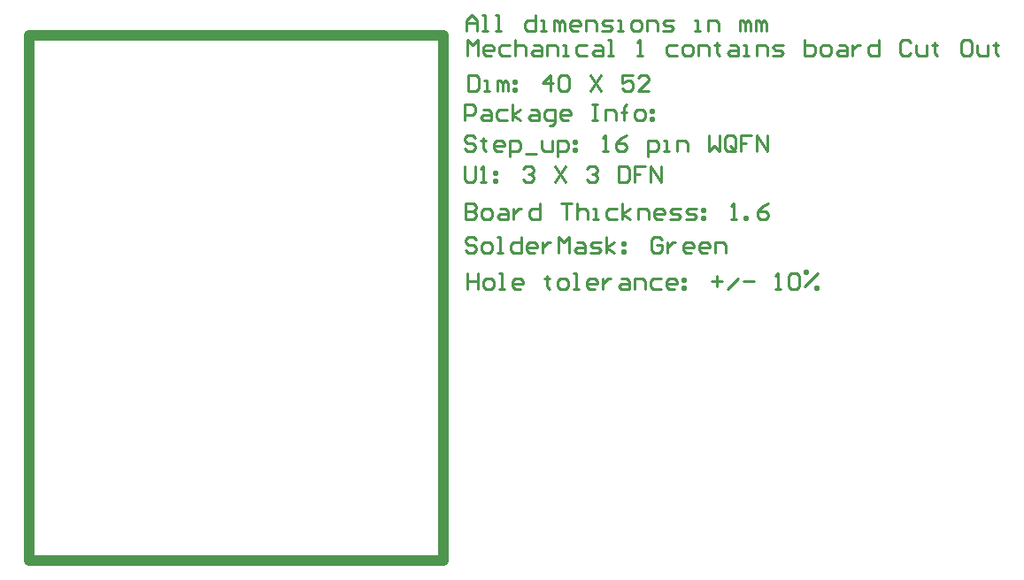
<source format=gm1>
G04*
G04 #@! TF.GenerationSoftware,Altium Limited,Altium Designer,21.1.1 (26)*
G04*
G04 Layer_Color=16711935*
%FSLAX42Y42*%
%MOMM*%
G71*
G04*
G04 #@! TF.SameCoordinates,92C87620-ECAA-41DB-B671-3A6BB777ED9A*
G04*
G04*
G04 #@! TF.FilePolarity,Positive*
G04*
G01*
G75*
%ADD53C,1.00*%
%ADD79C,0.25*%
D53*
X2402Y3088D02*
X6358D01*
X2402Y8120D02*
X6358D01*
Y3088D02*
Y8120D01*
X2402Y3088D02*
Y8120D01*
D79*
X6565Y7307D02*
Y7459D01*
X6642D01*
X6667Y7434D01*
Y7383D01*
X6642Y7358D01*
X6565D01*
X6743Y7409D02*
X6794D01*
X6819Y7383D01*
Y7307D01*
X6743D01*
X6718Y7332D01*
X6743Y7358D01*
X6819D01*
X6972Y7409D02*
X6895D01*
X6870Y7383D01*
Y7332D01*
X6895Y7307D01*
X6972D01*
X7022D02*
Y7459D01*
Y7358D02*
X7099Y7409D01*
X7022Y7358D02*
X7099Y7307D01*
X7200Y7409D02*
X7251D01*
X7276Y7383D01*
Y7307D01*
X7200D01*
X7175Y7332D01*
X7200Y7358D01*
X7276D01*
X7378Y7256D02*
X7403D01*
X7429Y7282D01*
Y7409D01*
X7353D01*
X7327Y7383D01*
Y7332D01*
X7353Y7307D01*
X7429D01*
X7556D02*
X7505D01*
X7480Y7332D01*
Y7383D01*
X7505Y7409D01*
X7556D01*
X7581Y7383D01*
Y7358D01*
X7480D01*
X7784Y7459D02*
X7835D01*
X7810D01*
Y7307D01*
X7784D01*
X7835D01*
X7911D02*
Y7409D01*
X7987D01*
X8013Y7383D01*
Y7307D01*
X8089D02*
Y7434D01*
Y7383D01*
X8064D01*
X8114D01*
X8089D01*
Y7434D01*
X8114Y7459D01*
X8216Y7307D02*
X8267D01*
X8292Y7332D01*
Y7383D01*
X8267Y7409D01*
X8216D01*
X8190Y7383D01*
Y7332D01*
X8216Y7307D01*
X8343Y7409D02*
X8368D01*
Y7383D01*
X8343D01*
Y7409D01*
Y7332D02*
X8368D01*
Y7307D01*
X8343D01*
Y7332D01*
X6667Y7139D02*
X6642Y7165D01*
X6591D01*
X6565Y7139D01*
Y7114D01*
X6591Y7089D01*
X6642D01*
X6667Y7063D01*
Y7038D01*
X6642Y7012D01*
X6591D01*
X6565Y7038D01*
X6743Y7139D02*
Y7114D01*
X6718D01*
X6769D01*
X6743D01*
Y7038D01*
X6769Y7012D01*
X6921D02*
X6870D01*
X6845Y7038D01*
Y7089D01*
X6870Y7114D01*
X6921D01*
X6946Y7089D01*
Y7063D01*
X6845D01*
X6997Y6962D02*
Y7114D01*
X7073D01*
X7099Y7089D01*
Y7038D01*
X7073Y7012D01*
X6997D01*
X7149Y6987D02*
X7251D01*
X7302Y7114D02*
Y7038D01*
X7327Y7012D01*
X7403D01*
Y7114D01*
X7454Y6962D02*
Y7114D01*
X7530D01*
X7556Y7089D01*
Y7038D01*
X7530Y7012D01*
X7454D01*
X7606Y7114D02*
X7632D01*
Y7089D01*
X7606D01*
Y7114D01*
Y7038D02*
X7632D01*
Y7012D01*
X7606D01*
Y7038D01*
X7886Y7012D02*
X7937D01*
X7911D01*
Y7165D01*
X7886Y7139D01*
X8114Y7165D02*
X8064Y7139D01*
X8013Y7089D01*
Y7038D01*
X8038Y7012D01*
X8089D01*
X8114Y7038D01*
Y7063D01*
X8089Y7089D01*
X8013D01*
X8317Y6962D02*
Y7114D01*
X8394D01*
X8419Y7089D01*
Y7038D01*
X8394Y7012D01*
X8317D01*
X8470D02*
X8521D01*
X8495D01*
Y7114D01*
X8470D01*
X8597Y7012D02*
Y7114D01*
X8673D01*
X8698Y7089D01*
Y7012D01*
X8901Y7165D02*
Y7012D01*
X8952Y7063D01*
X9003Y7012D01*
Y7165D01*
X9155Y7038D02*
Y7139D01*
X9130Y7165D01*
X9079D01*
X9054Y7139D01*
Y7038D01*
X9079Y7012D01*
X9130D01*
X9105Y7063D02*
X9155Y7012D01*
X9130D02*
X9155Y7038D01*
X9308Y7165D02*
X9206D01*
Y7089D01*
X9257D01*
X9206D01*
Y7012D01*
X9358D02*
Y7165D01*
X9460Y7012D01*
Y7165D01*
X6565Y6870D02*
Y6743D01*
X6591Y6718D01*
X6642D01*
X6667Y6743D01*
Y6870D01*
X6718Y6718D02*
X6769D01*
X6743D01*
Y6870D01*
X6718Y6845D01*
X6845Y6819D02*
X6870D01*
Y6794D01*
X6845D01*
Y6819D01*
Y6743D02*
X6870D01*
Y6718D01*
X6845D01*
Y6743D01*
X7124Y6845D02*
X7149Y6870D01*
X7200D01*
X7226Y6845D01*
Y6819D01*
X7200Y6794D01*
X7175D01*
X7200D01*
X7226Y6769D01*
Y6743D01*
X7200Y6718D01*
X7149D01*
X7124Y6743D01*
X7429Y6870D02*
X7530Y6718D01*
Y6870D02*
X7429Y6718D01*
X7733Y6845D02*
X7759Y6870D01*
X7810D01*
X7835Y6845D01*
Y6819D01*
X7810Y6794D01*
X7784D01*
X7810D01*
X7835Y6769D01*
Y6743D01*
X7810Y6718D01*
X7759D01*
X7733Y6743D01*
X8038Y6870D02*
Y6718D01*
X8114D01*
X8140Y6743D01*
Y6845D01*
X8114Y6870D01*
X8038D01*
X8292D02*
X8190D01*
Y6794D01*
X8241D01*
X8190D01*
Y6718D01*
X8343D02*
Y6870D01*
X8444Y6718D01*
Y6870D01*
X6580Y8163D02*
Y8264D01*
X6631Y8315D01*
X6682Y8264D01*
Y8163D01*
Y8239D01*
X6580D01*
X6733Y8163D02*
X6784D01*
X6758D01*
Y8315D01*
X6733D01*
X6860Y8163D02*
X6910D01*
X6885D01*
Y8315D01*
X6860D01*
X7241D02*
Y8163D01*
X7164D01*
X7139Y8188D01*
Y8239D01*
X7164Y8264D01*
X7241D01*
X7291Y8163D02*
X7342D01*
X7317D01*
Y8264D01*
X7291D01*
X7418Y8163D02*
Y8264D01*
X7444D01*
X7469Y8239D01*
Y8163D01*
Y8239D01*
X7495Y8264D01*
X7520Y8239D01*
Y8163D01*
X7647D02*
X7596D01*
X7571Y8188D01*
Y8239D01*
X7596Y8264D01*
X7647D01*
X7672Y8239D01*
Y8214D01*
X7571D01*
X7723Y8163D02*
Y8264D01*
X7799D01*
X7825Y8239D01*
Y8163D01*
X7875D02*
X7952D01*
X7977Y8188D01*
X7952Y8214D01*
X7901D01*
X7875Y8239D01*
X7901Y8264D01*
X7977D01*
X8028Y8163D02*
X8079D01*
X8053D01*
Y8264D01*
X8028D01*
X8180Y8163D02*
X8231D01*
X8256Y8188D01*
Y8239D01*
X8231Y8264D01*
X8180D01*
X8155Y8239D01*
Y8188D01*
X8180Y8163D01*
X8307D02*
Y8264D01*
X8383D01*
X8409Y8239D01*
Y8163D01*
X8459D02*
X8536D01*
X8561Y8188D01*
X8536Y8214D01*
X8485D01*
X8459Y8239D01*
X8485Y8264D01*
X8561D01*
X8764Y8163D02*
X8815D01*
X8789D01*
Y8264D01*
X8764D01*
X8891Y8163D02*
Y8264D01*
X8967D01*
X8993Y8239D01*
Y8163D01*
X9196D02*
Y8264D01*
X9221D01*
X9247Y8239D01*
Y8163D01*
Y8239D01*
X9272Y8264D01*
X9297Y8239D01*
Y8163D01*
X9348D02*
Y8264D01*
X9373D01*
X9399Y8239D01*
Y8163D01*
Y8239D01*
X9424Y8264D01*
X9450Y8239D01*
Y8163D01*
X6590Y5845D02*
Y5693D01*
Y5769D01*
X6692D01*
Y5845D01*
Y5693D01*
X6768D02*
X6819D01*
X6844Y5718D01*
Y5769D01*
X6819Y5794D01*
X6768D01*
X6743Y5769D01*
Y5718D01*
X6768Y5693D01*
X6895D02*
X6946D01*
X6920D01*
Y5845D01*
X6895D01*
X7098Y5693D02*
X7047D01*
X7022Y5718D01*
Y5769D01*
X7047Y5794D01*
X7098D01*
X7124Y5769D01*
Y5744D01*
X7022D01*
X7352Y5820D02*
Y5794D01*
X7327D01*
X7378D01*
X7352D01*
Y5718D01*
X7378Y5693D01*
X7479D02*
X7530D01*
X7555Y5718D01*
Y5769D01*
X7530Y5794D01*
X7479D01*
X7454Y5769D01*
Y5718D01*
X7479Y5693D01*
X7606D02*
X7657D01*
X7631D01*
Y5845D01*
X7606D01*
X7809Y5693D02*
X7758D01*
X7733Y5718D01*
Y5769D01*
X7758Y5794D01*
X7809D01*
X7835Y5769D01*
Y5744D01*
X7733D01*
X7885Y5794D02*
Y5693D01*
Y5744D01*
X7911Y5769D01*
X7936Y5794D01*
X7962D01*
X8063D02*
X8114D01*
X8139Y5769D01*
Y5693D01*
X8063D01*
X8038Y5718D01*
X8063Y5744D01*
X8139D01*
X8190Y5693D02*
Y5794D01*
X8266D01*
X8292Y5769D01*
Y5693D01*
X8444Y5794D02*
X8368D01*
X8342Y5769D01*
Y5718D01*
X8368Y5693D01*
X8444D01*
X8571D02*
X8520D01*
X8495Y5718D01*
Y5769D01*
X8520Y5794D01*
X8571D01*
X8596Y5769D01*
Y5744D01*
X8495D01*
X8647Y5794D02*
X8673D01*
Y5769D01*
X8647D01*
Y5794D01*
Y5718D02*
X8673D01*
Y5693D01*
X8647D01*
Y5718D01*
X8926Y5769D02*
X9028D01*
X8977Y5820D02*
Y5718D01*
X9079Y5693D02*
X9180Y5794D01*
X9231Y5769D02*
X9333D01*
X9536Y5693D02*
X9587D01*
X9561D01*
Y5845D01*
X9536Y5820D01*
X9663D02*
X9688Y5845D01*
X9739D01*
X9764Y5820D01*
Y5718D01*
X9739Y5693D01*
X9688D01*
X9663Y5718D01*
Y5820D01*
X9815Y5718D02*
X9942Y5845D01*
X9815D02*
Y5871D01*
X9841D01*
Y5845D01*
X9815D01*
X9917Y5693D02*
Y5718D01*
X9942D01*
Y5693D01*
X9917D01*
X6677Y6162D02*
X6652Y6188D01*
X6601D01*
X6575Y6162D01*
Y6137D01*
X6601Y6112D01*
X6652D01*
X6677Y6086D01*
Y6061D01*
X6652Y6035D01*
X6601D01*
X6575Y6061D01*
X6753Y6035D02*
X6804D01*
X6829Y6061D01*
Y6112D01*
X6804Y6137D01*
X6753D01*
X6728Y6112D01*
Y6061D01*
X6753Y6035D01*
X6880D02*
X6931D01*
X6905D01*
Y6188D01*
X6880D01*
X7109D02*
Y6035D01*
X7032D01*
X7007Y6061D01*
Y6112D01*
X7032Y6137D01*
X7109D01*
X7236Y6035D02*
X7185D01*
X7159Y6061D01*
Y6112D01*
X7185Y6137D01*
X7236D01*
X7261Y6112D01*
Y6086D01*
X7159D01*
X7312Y6137D02*
Y6035D01*
Y6086D01*
X7337Y6112D01*
X7363Y6137D01*
X7388D01*
X7464Y6035D02*
Y6188D01*
X7515Y6137D01*
X7566Y6188D01*
Y6035D01*
X7642Y6137D02*
X7693D01*
X7718Y6112D01*
Y6035D01*
X7642D01*
X7616Y6061D01*
X7642Y6086D01*
X7718D01*
X7769Y6035D02*
X7845D01*
X7870Y6061D01*
X7845Y6086D01*
X7794D01*
X7769Y6112D01*
X7794Y6137D01*
X7870D01*
X7921Y6035D02*
Y6188D01*
Y6086D02*
X7997Y6137D01*
X7921Y6086D02*
X7997Y6035D01*
X8074Y6137D02*
X8099D01*
Y6112D01*
X8074D01*
Y6137D01*
Y6061D02*
X8099D01*
Y6035D01*
X8074D01*
Y6061D01*
X8454Y6162D02*
X8429Y6188D01*
X8378D01*
X8353Y6162D01*
Y6061D01*
X8378Y6035D01*
X8429D01*
X8454Y6061D01*
Y6112D01*
X8404D01*
X8505Y6137D02*
Y6035D01*
Y6086D01*
X8531Y6112D01*
X8556Y6137D01*
X8581D01*
X8734Y6035D02*
X8683D01*
X8658Y6061D01*
Y6112D01*
X8683Y6137D01*
X8734D01*
X8759Y6112D01*
Y6086D01*
X8658D01*
X8886Y6035D02*
X8835D01*
X8810Y6061D01*
Y6112D01*
X8835Y6137D01*
X8886D01*
X8911Y6112D01*
Y6086D01*
X8810D01*
X8962Y6035D02*
Y6137D01*
X9038D01*
X9064Y6112D01*
Y6035D01*
X6570Y6510D02*
Y6358D01*
X6647D01*
X6672Y6383D01*
Y6409D01*
X6647Y6434D01*
X6570D01*
X6647D01*
X6672Y6459D01*
Y6485D01*
X6647Y6510D01*
X6570D01*
X6748Y6358D02*
X6799D01*
X6824Y6383D01*
Y6434D01*
X6799Y6459D01*
X6748D01*
X6723Y6434D01*
Y6383D01*
X6748Y6358D01*
X6900Y6459D02*
X6951D01*
X6977Y6434D01*
Y6358D01*
X6900D01*
X6875Y6383D01*
X6900Y6409D01*
X6977D01*
X7027Y6459D02*
Y6358D01*
Y6409D01*
X7053Y6434D01*
X7078Y6459D01*
X7104D01*
X7281Y6510D02*
Y6358D01*
X7205D01*
X7180Y6383D01*
Y6434D01*
X7205Y6459D01*
X7281D01*
X7485Y6510D02*
X7586D01*
X7535D01*
Y6358D01*
X7637Y6510D02*
Y6358D01*
Y6434D01*
X7662Y6459D01*
X7713D01*
X7738Y6434D01*
Y6358D01*
X7789D02*
X7840D01*
X7815D01*
Y6459D01*
X7789D01*
X8018D02*
X7942D01*
X7916Y6434D01*
Y6383D01*
X7942Y6358D01*
X8018D01*
X8069D02*
Y6510D01*
Y6409D02*
X8145Y6459D01*
X8069Y6409D02*
X8145Y6358D01*
X8221D02*
Y6459D01*
X8297D01*
X8322Y6434D01*
Y6358D01*
X8449D02*
X8399D01*
X8373Y6383D01*
Y6434D01*
X8399Y6459D01*
X8449D01*
X8475Y6434D01*
Y6409D01*
X8373D01*
X8526Y6358D02*
X8602D01*
X8627Y6383D01*
X8602Y6409D01*
X8551D01*
X8526Y6434D01*
X8551Y6459D01*
X8627D01*
X8678Y6358D02*
X8754D01*
X8779Y6383D01*
X8754Y6409D01*
X8703D01*
X8678Y6434D01*
X8703Y6459D01*
X8779D01*
X8830D02*
X8856D01*
Y6434D01*
X8830D01*
Y6459D01*
Y6383D02*
X8856D01*
Y6358D01*
X8830D01*
Y6383D01*
X9110Y6358D02*
X9160D01*
X9135D01*
Y6510D01*
X9110Y6485D01*
X9237Y6358D02*
Y6383D01*
X9262D01*
Y6358D01*
X9237D01*
X9465Y6510D02*
X9414Y6485D01*
X9363Y6434D01*
Y6383D01*
X9389Y6358D01*
X9440D01*
X9465Y6383D01*
Y6409D01*
X9440Y6434D01*
X9363D01*
X6598Y7743D02*
Y7590D01*
X6674D01*
X6699Y7616D01*
Y7717D01*
X6674Y7743D01*
X6598D01*
X6750Y7590D02*
X6801D01*
X6776D01*
Y7692D01*
X6750D01*
X6877Y7590D02*
Y7692D01*
X6903D01*
X6928Y7667D01*
Y7590D01*
Y7667D01*
X6953Y7692D01*
X6979Y7667D01*
Y7590D01*
X7030Y7692D02*
X7055D01*
Y7667D01*
X7030D01*
Y7692D01*
Y7616D02*
X7055D01*
Y7590D01*
X7030D01*
Y7616D01*
X7385Y7590D02*
Y7743D01*
X7309Y7667D01*
X7410D01*
X7461Y7717D02*
X7487Y7743D01*
X7537D01*
X7563Y7717D01*
Y7616D01*
X7537Y7590D01*
X7487D01*
X7461Y7616D01*
Y7717D01*
X7766Y7743D02*
X7867Y7590D01*
Y7743D02*
X7766Y7590D01*
X8172Y7743D02*
X8071D01*
Y7667D01*
X8121Y7692D01*
X8147D01*
X8172Y7667D01*
Y7616D01*
X8147Y7590D01*
X8096D01*
X8071Y7616D01*
X8325Y7590D02*
X8223D01*
X8325Y7692D01*
Y7717D01*
X8299Y7743D01*
X8248D01*
X8223Y7717D01*
X6593Y7930D02*
Y8083D01*
X6644Y8032D01*
X6694Y8083D01*
Y7930D01*
X6821D02*
X6771D01*
X6745Y7956D01*
Y8007D01*
X6771Y8032D01*
X6821D01*
X6847Y8007D01*
Y7981D01*
X6745D01*
X6999Y8032D02*
X6923D01*
X6898Y8007D01*
Y7956D01*
X6923Y7930D01*
X6999D01*
X7050Y8083D02*
Y7930D01*
Y8007D01*
X7075Y8032D01*
X7126D01*
X7152Y8007D01*
Y7930D01*
X7228Y8032D02*
X7278D01*
X7304Y8007D01*
Y7930D01*
X7228D01*
X7202Y7956D01*
X7228Y7981D01*
X7304D01*
X7355Y7930D02*
Y8032D01*
X7431D01*
X7456Y8007D01*
Y7930D01*
X7507D02*
X7558D01*
X7532D01*
Y8032D01*
X7507D01*
X7736D02*
X7659D01*
X7634Y8007D01*
Y7956D01*
X7659Y7930D01*
X7736D01*
X7812Y8032D02*
X7862D01*
X7888Y8007D01*
Y7930D01*
X7812D01*
X7786Y7956D01*
X7812Y7981D01*
X7888D01*
X7939Y7930D02*
X7989D01*
X7964D01*
Y8083D01*
X7939D01*
X8218Y7930D02*
X8269D01*
X8243D01*
Y8083D01*
X8218Y8057D01*
X8599Y8032D02*
X8523D01*
X8497Y8007D01*
Y7956D01*
X8523Y7930D01*
X8599D01*
X8675D02*
X8726D01*
X8751Y7956D01*
Y8007D01*
X8726Y8032D01*
X8675D01*
X8650Y8007D01*
Y7956D01*
X8675Y7930D01*
X8802D02*
Y8032D01*
X8878D01*
X8904Y8007D01*
Y7930D01*
X8980Y8057D02*
Y8032D01*
X8954D01*
X9005D01*
X8980D01*
Y7956D01*
X9005Y7930D01*
X9107Y8032D02*
X9157D01*
X9183Y8007D01*
Y7930D01*
X9107D01*
X9081Y7956D01*
X9107Y7981D01*
X9183D01*
X9234Y7930D02*
X9284D01*
X9259D01*
Y8032D01*
X9234D01*
X9361Y7930D02*
Y8032D01*
X9437D01*
X9462Y8007D01*
Y7930D01*
X9513D02*
X9589D01*
X9615Y7956D01*
X9589Y7981D01*
X9538D01*
X9513Y8007D01*
X9538Y8032D01*
X9615D01*
X9818Y8083D02*
Y7930D01*
X9894D01*
X9919Y7956D01*
Y7981D01*
Y8007D01*
X9894Y8032D01*
X9818D01*
X9995Y7930D02*
X10046D01*
X10072Y7956D01*
Y8007D01*
X10046Y8032D01*
X9995D01*
X9970Y8007D01*
Y7956D01*
X9995Y7930D01*
X10148Y8032D02*
X10199D01*
X10224Y8007D01*
Y7930D01*
X10148D01*
X10122Y7956D01*
X10148Y7981D01*
X10224D01*
X10275Y8032D02*
Y7930D01*
Y7981D01*
X10300Y8007D01*
X10325Y8032D01*
X10351D01*
X10529Y8083D02*
Y7930D01*
X10452D01*
X10427Y7956D01*
Y8007D01*
X10452Y8032D01*
X10529D01*
X10833Y8057D02*
X10808Y8083D01*
X10757D01*
X10732Y8057D01*
Y7956D01*
X10757Y7930D01*
X10808D01*
X10833Y7956D01*
X10884Y8032D02*
Y7956D01*
X10910Y7930D01*
X10986D01*
Y8032D01*
X11062Y8057D02*
Y8032D01*
X11036D01*
X11087D01*
X11062D01*
Y7956D01*
X11087Y7930D01*
X11392Y8083D02*
X11341D01*
X11316Y8057D01*
Y7956D01*
X11341Y7930D01*
X11392D01*
X11417Y7956D01*
Y8057D01*
X11392Y8083D01*
X11468Y8032D02*
Y7956D01*
X11494Y7930D01*
X11570D01*
Y8032D01*
X11646Y8057D02*
Y8032D01*
X11620D01*
X11671D01*
X11646D01*
Y7956D01*
X11671Y7930D01*
M02*

</source>
